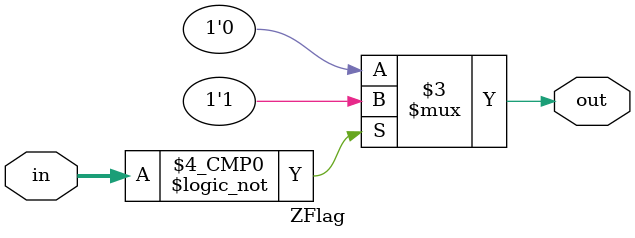
<source format=v>
`timescale 1ns / 1ps

module ZFlag(
    input [15:0] in,
    output reg out);
    
    always @(*) begin
        case(in)
            16'b0000000000000000:  out <= 1;
            default:               out <= 0;
        endcase
    end
endmodule

</source>
